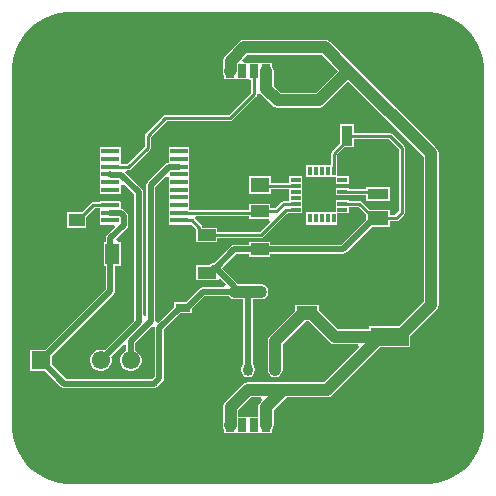
<source format=gtl>
G04*
G04 #@! TF.GenerationSoftware,Altium Limited,Altium Designer,25.8.1 (18)*
G04*
G04 Layer_Physical_Order=1*
G04 Layer_Color=255*
%FSLAX25Y25*%
%MOIN*%
G70*
G04*
G04 #@! TF.SameCoordinates,A983AF23-00B2-4BB8-8B37-399FEAB5BF34*
G04*
G04*
G04 #@! TF.FilePolarity,Positive*
G04*
G01*
G75*
%ADD15C,0.01000*%
%ADD16R,0.06693X0.03740*%
%ADD17R,0.03740X0.06693*%
%ADD18R,0.03543X0.04528*%
%ADD19R,0.01378X0.03150*%
%ADD20R,0.03347X0.01378*%
%ADD21R,0.10236X0.10630*%
%ADD22R,0.12598X0.06299*%
%ADD23R,0.07087X0.04528*%
%ADD24R,0.06299X0.04921*%
%ADD25R,0.05906X0.01772*%
%ADD26R,0.05315X0.04331*%
%ADD27R,0.04528X0.07087*%
%ADD28R,0.03434X0.03954*%
%ADD29R,0.05118X0.02756*%
G04:AMPARAMS|DCode=30|XSize=39.54mil|YSize=125.28mil|CornerRadius=17.2mil|HoleSize=0mil|Usage=FLASHONLY|Rotation=90.000|XOffset=0mil|YOffset=0mil|HoleType=Round|Shape=RoundedRectangle|*
%AMROUNDEDRECTD30*
21,1,0.03954,0.09088,0,0,90.0*
21,1,0.00514,0.12528,0,0,90.0*
1,1,0.03440,0.04544,0.00257*
1,1,0.03440,0.04544,-0.00257*
1,1,0.03440,-0.04544,-0.00257*
1,1,0.03440,-0.04544,0.00257*
%
%ADD30ROUNDEDRECTD30*%
G04:AMPARAMS|DCode=31|XSize=39.54mil|YSize=34.34mil|CornerRadius=17.17mil|HoleSize=0mil|Usage=FLASHONLY|Rotation=90.000|XOffset=0mil|YOffset=0mil|HoleType=Round|Shape=RoundedRectangle|*
%AMROUNDEDRECTD31*
21,1,0.03954,0.00000,0,0,90.0*
21,1,0.00520,0.03434,0,0,90.0*
1,1,0.03434,0.00000,0.00260*
1,1,0.03434,0.00000,-0.00260*
1,1,0.03434,0.00000,-0.00260*
1,1,0.03434,0.00000,0.00260*
%
%ADD31ROUNDEDRECTD31*%
%ADD32R,0.05906X0.03937*%
%ADD33R,0.03150X0.04528*%
%ADD34R,0.02756X0.04528*%
%ADD49C,0.03937*%
%ADD50C,0.01968*%
%ADD51O,0.03937X0.07874*%
%ADD52C,0.06102*%
%ADD53R,0.06102X0.06102*%
%ADD54C,0.01968*%
%ADD55C,0.15748*%
%ADD56C,0.05000*%
G36*
X141644Y157143D02*
X144136Y156476D01*
X146520Y155488D01*
X148755Y154198D01*
X150802Y152627D01*
X152627Y150802D01*
X154198Y148755D01*
X155488Y146520D01*
X156476Y144136D01*
X157143Y141644D01*
X157480Y139085D01*
Y137795D01*
Y19685D01*
Y18395D01*
X157143Y15836D01*
X156476Y13344D01*
X155488Y10960D01*
X154198Y8725D01*
X152627Y6678D01*
X150802Y4853D01*
X148755Y3282D01*
X146520Y1992D01*
X144136Y1005D01*
X141644Y337D01*
X139085Y0D01*
X19685D01*
X18395Y0D01*
X15836Y337D01*
X13344Y1005D01*
X10960Y1992D01*
X8725Y3282D01*
X6678Y4853D01*
X4853Y6678D01*
X3282Y8725D01*
X1992Y10960D01*
X1005Y13344D01*
X337Y15836D01*
X-0Y18395D01*
X-0Y19685D01*
X0Y137795D01*
Y139085D01*
X337Y141644D01*
X1005Y144136D01*
X1992Y146520D01*
X3282Y148755D01*
X4853Y150802D01*
X6678Y152627D01*
X8725Y154198D01*
X10960Y155488D01*
X13344Y156476D01*
X15836Y157143D01*
X18395Y157480D01*
X19685Y157480D01*
X19685Y157480D01*
X139085D01*
X141644Y157143D01*
D02*
G37*
%LPC*%
G36*
X125894Y99221D02*
X118201D01*
Y98461D01*
X112311D01*
Y98630D01*
X107965D01*
Y96252D01*
X112311D01*
Y96421D01*
X118201D01*
Y94480D01*
X125894D01*
Y99221D01*
D02*
G37*
G36*
X104331Y148186D02*
X77513D01*
X76550Y147995D01*
X75733Y147449D01*
X71145Y142861D01*
X70600Y142045D01*
X70408Y141082D01*
Y138646D01*
X70239Y137795D01*
X70431Y136832D01*
X70681Y136457D01*
Y135031D01*
X73894D01*
X74831Y135031D01*
Y135031D01*
X74894D01*
Y135031D01*
X78650D01*
Y135031D01*
X78689D01*
X79689Y134689D01*
Y130344D01*
X72412Y123067D01*
X51181D01*
X50791Y122989D01*
X50460Y122768D01*
X44555Y116863D01*
X44334Y116532D01*
X44256Y116142D01*
Y112627D01*
X38456Y106827D01*
X36327D01*
Y109539D01*
Y112311D01*
X29421D01*
Y109539D01*
Y106980D01*
Y104421D01*
Y101862D01*
Y99303D01*
Y96744D01*
X36327D01*
Y99727D01*
X37251Y100110D01*
X40735Y96626D01*
Y54528D01*
X30897Y44690D01*
X30153Y44890D01*
X29217D01*
X28314Y44648D01*
X27505Y44180D01*
X26843Y43519D01*
X26376Y42709D01*
X26134Y41806D01*
Y40871D01*
X26376Y39968D01*
X26843Y39158D01*
X27505Y38497D01*
X28314Y38029D01*
X29217Y37787D01*
X30153D01*
X31056Y38029D01*
X31866Y38497D01*
X32527Y39158D01*
X32994Y39968D01*
X33236Y40871D01*
Y41806D01*
X33037Y42550D01*
X37248Y46761D01*
X38172Y46378D01*
Y44565D01*
X37505Y44180D01*
X36843Y43519D01*
X36376Y42709D01*
X36134Y41806D01*
Y40871D01*
X36376Y39968D01*
X36843Y39158D01*
X37505Y38497D01*
X38314Y38029D01*
X39217Y37787D01*
X40153D01*
X41056Y38029D01*
X41866Y38497D01*
X42527Y39158D01*
X42994Y39968D01*
X43236Y40871D01*
Y41806D01*
X42994Y42709D01*
X42527Y43519D01*
X41866Y44180D01*
X41198Y44565D01*
Y47221D01*
X46813Y52835D01*
X47734Y52343D01*
X47699Y52165D01*
X47699Y52165D01*
Y36060D01*
X46617Y34978D01*
X18186D01*
X13236Y39928D01*
Y42750D01*
X33944Y63458D01*
X34272Y63948D01*
X34387Y64528D01*
X34387Y64528D01*
Y72728D01*
X36228D01*
Y80815D01*
X35287D01*
X34873Y81815D01*
X38381Y85323D01*
X38709Y85814D01*
X38824Y86393D01*
X38824Y86393D01*
Y89394D01*
X38709Y89973D01*
X38381Y90464D01*
X38381Y90464D01*
X37512Y91334D01*
X37021Y91662D01*
X36442Y91777D01*
X36327Y92742D01*
Y94398D01*
X29421D01*
Y94031D01*
X27165D01*
X26775Y93954D01*
X26444Y93733D01*
X23369Y90658D01*
X18496D01*
Y85327D01*
X24811D01*
Y89216D01*
X27588Y91992D01*
X29421D01*
Y89067D01*
Y86508D01*
X33979D01*
X34362Y85584D01*
X31804Y83026D01*
X31476Y82535D01*
X31361Y81956D01*
X31361Y81956D01*
Y80815D01*
X30701D01*
Y72728D01*
X31361D01*
Y65154D01*
X11096Y44890D01*
X6134D01*
Y37787D01*
X11096D01*
X16489Y32394D01*
X16489Y32394D01*
X16980Y32066D01*
X17559Y31951D01*
X47244D01*
X47244Y31951D01*
X47823Y32066D01*
X48314Y32394D01*
X50283Y34363D01*
X50611Y34854D01*
X50726Y35433D01*
X50726Y35433D01*
Y51538D01*
X56168Y56980D01*
X60146D01*
Y58596D01*
X64190Y62640D01*
X72366D01*
X72596Y62296D01*
X73330Y61805D01*
X74196Y61633D01*
X77227D01*
Y40124D01*
X77142Y40067D01*
X76652Y39334D01*
X76480Y38469D01*
Y37949D01*
X76652Y37084D01*
X77142Y36350D01*
X77875Y35860D01*
X78740Y35688D01*
X79605Y35860D01*
X80338Y36350D01*
X80828Y37084D01*
X81000Y37949D01*
Y38469D01*
X80828Y39334D01*
X80338Y40067D01*
X80253Y40124D01*
Y61633D01*
X83284D01*
X84150Y61805D01*
X84885Y62296D01*
X85375Y63030D01*
X85548Y63897D01*
Y64411D01*
X85375Y65277D01*
X84885Y66011D01*
X84150Y66502D01*
X83284Y66674D01*
X75280D01*
X74985Y67116D01*
X74985Y67116D01*
X70054Y72047D01*
X74839Y76833D01*
X79224D01*
Y75878D01*
X86130D01*
Y76833D01*
X110531D01*
X110531Y76833D01*
X111111Y76948D01*
X111602Y77276D01*
X120144Y85819D01*
X126091D01*
Y87563D01*
X127953D01*
X128343Y87641D01*
X128674Y87862D01*
X130642Y89830D01*
X130863Y90161D01*
X130941Y90551D01*
Y112205D01*
X130863Y112595D01*
X130642Y112926D01*
X126705Y116863D01*
X126374Y117084D01*
X125984Y117161D01*
X114181D01*
Y119988D01*
X109441D01*
Y113737D01*
X106562Y110859D01*
X106342Y110528D01*
X106264Y110138D01*
Y106405D01*
X98220D01*
Y102256D01*
X107601D01*
X107965Y102256D01*
X107965Y101777D01*
Y100189D01*
X112311D01*
Y102567D01*
X108836D01*
X108473Y102567D01*
X108472Y103045D01*
Y106405D01*
X108303D01*
Y109715D01*
X110883Y112295D01*
X114181D01*
Y115122D01*
X125562D01*
X128902Y111782D01*
Y90974D01*
X127530Y89602D01*
X126091D01*
Y91347D01*
X119446D01*
X116567Y94225D01*
X116237Y94446D01*
X115847Y94524D01*
X112311D01*
Y94693D01*
X107965D01*
Y92315D01*
X107965Y90658D01*
X107601Y90658D01*
X98220D01*
Y86508D01*
X108472D01*
Y89868D01*
X108473Y90346D01*
X108836Y90346D01*
X112311D01*
Y92484D01*
X115424D01*
X118004Y89904D01*
Y87959D01*
X109905Y79860D01*
X86130D01*
Y80815D01*
X79224D01*
Y79860D01*
X74213D01*
X74213Y79860D01*
X73633Y79745D01*
X73142Y79417D01*
X73142Y79417D01*
X67286Y73561D01*
X66929D01*
X66350Y73445D01*
X65859Y73117D01*
X65741Y72941D01*
X61508D01*
Y68004D01*
X68413D01*
Y68101D01*
X69337Y68483D01*
X71230Y66591D01*
X70847Y65667D01*
X63563D01*
X62984Y65552D01*
X62493Y65224D01*
X62493Y65224D01*
X58005Y60736D01*
X54028D01*
Y59121D01*
X48708Y53801D01*
X47787Y54294D01*
X47822Y54471D01*
X47822Y54471D01*
Y99159D01*
X51332Y102669D01*
X52256Y102286D01*
Y99303D01*
Y96744D01*
Y94185D01*
Y91626D01*
Y89067D01*
Y86508D01*
X59161D01*
Y86508D01*
X60138Y86452D01*
X61488Y85101D01*
Y84539D01*
X61508Y84441D01*
Y80602D01*
X68413D01*
Y82051D01*
X83071D01*
X83461Y82129D01*
X83792Y82350D01*
X91523Y90081D01*
X92413Y90346D01*
X92413Y90346D01*
Y90346D01*
X92413Y90346D01*
X96760D01*
Y94283D01*
Y98220D01*
Y102567D01*
X92413D01*
Y100429D01*
X86327D01*
Y102567D01*
X79028D01*
Y96646D01*
X86327D01*
Y98390D01*
X92413D01*
Y94524D01*
X90646D01*
X90255Y94446D01*
X89925Y94225D01*
X87664Y91965D01*
X86130D01*
Y93413D01*
X79224D01*
Y91472D01*
X59161D01*
Y94185D01*
Y96744D01*
Y99303D01*
Y101862D01*
Y104421D01*
Y106980D01*
Y109539D01*
Y112311D01*
X52256D01*
Y108169D01*
X52232Y107222D01*
X51652Y107107D01*
X51162Y106779D01*
X51162Y106779D01*
X45239Y100856D01*
X44910Y100365D01*
X44795Y99786D01*
X44795Y99786D01*
Y56025D01*
X44761Y56002D01*
X43761Y56537D01*
Y97253D01*
X43646Y97832D01*
X43318Y98323D01*
X43318Y98323D01*
X37853Y103788D01*
X38267Y104788D01*
X38878D01*
X39268Y104865D01*
X39599Y105086D01*
X45997Y111484D01*
X46218Y111814D01*
X46295Y112205D01*
Y115719D01*
X51603Y121028D01*
X72835D01*
X73225Y121105D01*
X73556Y121326D01*
X81430Y129200D01*
X81651Y129531D01*
X81728Y129921D01*
Y130052D01*
X82728Y130355D01*
X82945Y130031D01*
X86803Y126173D01*
X87620Y125628D01*
X88583Y125436D01*
X102362D01*
X103325Y125628D01*
X104142Y126173D01*
X112205Y134236D01*
X137247Y109194D01*
Y60885D01*
X129224Y52862D01*
X119185D01*
Y51730D01*
X108621D01*
X102469Y57882D01*
Y59850D01*
X94382D01*
Y57882D01*
X85976Y49477D01*
X85431Y48660D01*
X85239Y47697D01*
Y38209D01*
X85431Y37246D01*
X85976Y36429D01*
X86793Y35883D01*
X86883Y35865D01*
X86891Y35860D01*
X87756Y35688D01*
X88621Y35860D01*
X88628Y35865D01*
X88719Y35883D01*
X89536Y36429D01*
X90081Y37246D01*
X90273Y38209D01*
Y46654D01*
X97941Y54323D01*
X98909D01*
X105799Y47433D01*
X106616Y46887D01*
X107579Y46696D01*
X115452D01*
X115834Y45772D01*
X104076Y34013D01*
X78740D01*
X77777Y33821D01*
X76960Y33276D01*
X71145Y27461D01*
X70600Y26644D01*
X70408Y25681D01*
Y20536D01*
X70239Y19685D01*
X70431Y18722D01*
X70681Y18347D01*
Y16921D01*
X73894D01*
X74831Y16921D01*
Y16921D01*
X74894D01*
Y16921D01*
X78650D01*
Y16921D01*
X78831D01*
Y16921D01*
X82587D01*
X82587Y16921D01*
X82650D01*
Y16921D01*
X83587Y16921D01*
X86799D01*
Y18347D01*
X87050Y18722D01*
X87241Y19685D01*
Y24627D01*
X91594Y28979D01*
X105118D01*
X106081Y29171D01*
X106898Y29716D01*
X122744Y45563D01*
X132783D01*
Y49303D01*
X141543Y58063D01*
X142089Y58879D01*
X142281Y59842D01*
Y110236D01*
X142089Y111199D01*
X141543Y112016D01*
X113984Y139575D01*
X106110Y147449D01*
X105294Y147995D01*
X104331Y148186D01*
D02*
G37*
%LPD*%
G36*
X108645Y137795D02*
X101320Y130470D01*
X89625D01*
X87241Y132853D01*
Y137795D01*
X87050Y138758D01*
X86799Y139133D01*
Y140559D01*
X83587D01*
X82650Y140559D01*
Y140559D01*
X82587D01*
Y140559D01*
X78831D01*
Y140559D01*
X78650D01*
Y140559D01*
X77269D01*
X76886Y141483D01*
X78555Y143152D01*
X103288D01*
X108645Y137795D01*
D02*
G37*
G36*
X79224Y88476D02*
X85620D01*
X86035Y87476D01*
X82648Y84090D01*
X68413D01*
Y85539D01*
X63524D01*
X63450Y85914D01*
X63229Y86245D01*
X61040Y88433D01*
X61222Y89142D01*
X61423Y89433D01*
X79224D01*
Y88476D01*
D02*
G37*
G36*
X83551Y28055D02*
X82945Y27449D01*
X82399Y26632D01*
X82208Y25669D01*
Y22449D01*
X78831D01*
Y22449D01*
X78650D01*
Y22449D01*
X75442D01*
Y24639D01*
X79783Y28979D01*
X83168D01*
X83551Y28055D01*
D02*
G37*
D15*
X21654Y87992D02*
X22146D01*
X121984Y102299D02*
X122047Y102362D01*
X118047Y102299D02*
X121984D01*
X110138Y99410D02*
X115157D01*
X118047Y102299D01*
X97441Y104331D02*
Y109252D01*
X82677Y112992D02*
X93701D01*
X97441Y109252D01*
X22146Y100984D02*
X27559Y95571D01*
X21654Y94488D02*
Y100984D01*
X27559Y95571D02*
X32874D01*
Y105807D02*
X38878D01*
X45276Y112205D01*
Y116142D01*
X51181Y122047D01*
X72835D01*
X80709Y129921D01*
Y137795D01*
X83071Y83071D02*
X91535Y91535D01*
X64961Y83071D02*
X83071D01*
X63976D02*
X64961D01*
X62508Y84539D02*
X63976Y83071D01*
X62508Y84539D02*
Y85524D01*
X60138Y87894D02*
X62508Y85524D01*
X55709Y87894D02*
X60138D01*
X55709Y90453D02*
X82185D01*
X125984Y116142D02*
X129921Y112205D01*
Y90551D02*
Y112205D01*
X111811Y116142D02*
X125984D01*
X110138Y93504D02*
X115847D01*
X122047Y88583D02*
X127953D01*
X129921Y90551D01*
X115847Y93504D02*
X120768Y88583D01*
X111811Y114665D02*
Y116142D01*
X107283Y110138D02*
X111811Y114665D01*
X107283Y104331D02*
Y110138D01*
X82677Y99606D02*
X82874Y99410D01*
X94587D01*
X91535Y91535D02*
X94587D01*
X90646Y93504D02*
X94587D01*
X88087Y90945D02*
X90646Y93504D01*
X82677Y90945D02*
X88087D01*
X121457Y97441D02*
X122047Y96850D01*
X110138Y97441D02*
X121457D01*
X27165Y93012D02*
X32874D01*
X22146Y87992D02*
X27165Y93012D01*
X82185Y90453D02*
X82677Y90945D01*
D16*
X122047Y107874D02*
D03*
Y96850D02*
D03*
D17*
X100787Y116142D02*
D03*
X111811D02*
D03*
D18*
X89567Y137795D02*
D03*
Y19685D02*
D03*
X67913Y137795D02*
D03*
Y19685D02*
D03*
D19*
X97441Y104331D02*
D03*
Y88583D02*
D03*
X107283Y104331D02*
D03*
X105315D02*
D03*
X103347D02*
D03*
X101378D02*
D03*
X99410D02*
D03*
X107283Y88583D02*
D03*
X105315D02*
D03*
X103347D02*
D03*
X101378D02*
D03*
X99410D02*
D03*
D20*
X110138Y95473D02*
D03*
Y99410D02*
D03*
Y93504D02*
D03*
Y97441D02*
D03*
X94587Y101378D02*
D03*
Y99410D02*
D03*
Y97441D02*
D03*
Y95473D02*
D03*
Y93504D02*
D03*
Y91535D02*
D03*
X110138Y101378D02*
D03*
Y91535D02*
D03*
D21*
X102362Y96457D02*
D03*
D22*
X145669Y49213D02*
D03*
X125984D02*
D03*
D23*
X122047Y76772D02*
D03*
X98425Y45276D02*
D03*
X122047Y88583D02*
D03*
X98425Y57087D02*
D03*
D24*
X82677Y112992D02*
D03*
Y99606D02*
D03*
D25*
X32874Y95571D02*
D03*
Y90453D02*
D03*
Y105807D02*
D03*
Y110925D02*
D03*
Y108366D02*
D03*
Y103248D02*
D03*
Y100689D02*
D03*
Y98130D02*
D03*
Y93012D02*
D03*
Y87894D02*
D03*
X55709D02*
D03*
Y90453D02*
D03*
Y93012D02*
D03*
Y95571D02*
D03*
Y98130D02*
D03*
Y100689D02*
D03*
Y103248D02*
D03*
Y105807D02*
D03*
Y108366D02*
D03*
Y110925D02*
D03*
D26*
X21654Y100984D02*
D03*
Y87992D02*
D03*
D27*
X21654Y76772D02*
D03*
X33465D02*
D03*
D28*
X69724Y38209D02*
D03*
D29*
X57087Y51378D02*
D03*
Y58858D02*
D03*
D30*
X78740Y64153D02*
D03*
D31*
X87756Y38209D02*
D03*
X78740D02*
D03*
D32*
X82677Y78347D02*
D03*
X64961Y70472D02*
D03*
X82677Y90945D02*
D03*
X64961Y83071D02*
D03*
D33*
X84724Y137795D02*
D03*
X72756D02*
D03*
X84724Y19685D02*
D03*
X72756D02*
D03*
D34*
X76772Y137795D02*
D03*
X80709D02*
D03*
X76772Y19685D02*
D03*
X80709D02*
D03*
D49*
X122047Y102362D02*
Y107874D01*
X100787Y116142D02*
X106299D01*
X100787Y116142D02*
X100787Y116142D01*
X122047Y76772D02*
Y82677D01*
X97638Y19665D02*
Y19675D01*
X91466D02*
X97638D01*
X82677Y106299D02*
Y112992D01*
X27559Y76772D02*
X27559Y76772D01*
X21654Y76772D02*
X27559D01*
X69481Y38209D02*
X69724D01*
X57290Y45072D02*
X62618D01*
X69481Y38209D01*
X67904Y19675D02*
X67913Y19685D01*
X61732Y19675D02*
X67904D01*
X57087Y45276D02*
Y51378D01*
X61732Y19665D02*
Y19675D01*
X57087Y45276D02*
X57290Y45072D01*
X139764Y59842D02*
Y110236D01*
X112205Y137795D02*
X139764Y110236D01*
X72925Y19854D02*
Y25681D01*
X78740Y31496D01*
X84724Y131811D02*
X88583Y127953D01*
X102362D01*
X112205Y137795D01*
X104331Y145669D02*
X112205Y137795D01*
X84724Y131811D02*
Y137795D01*
X99705Y57087D02*
X107579Y49213D01*
X97146Y57087D02*
X98425D01*
X129134Y49213D02*
X139764Y59842D01*
X125984Y49213D02*
X129134D01*
X105118Y31496D02*
X122835Y49213D01*
X107579D02*
X122835D01*
X87756Y47697D02*
X97146Y57087D01*
X90551Y31496D02*
X105118D01*
X77513Y145669D02*
X104331D01*
X87756Y38209D02*
Y47697D01*
X72925Y137965D02*
Y141082D01*
X77513Y145669D01*
X72756Y137795D02*
X72925Y137965D01*
X84724Y25669D02*
X90551Y31496D01*
X78740D02*
X90551D01*
X84724Y19685D02*
Y25669D01*
X72756Y19685D02*
X72925Y19854D01*
D50*
X32972Y95473D02*
X36351D01*
X39779Y92044D01*
X32874Y95571D02*
X32972Y95473D01*
X39779Y61433D02*
Y92044D01*
X19685Y41339D02*
X39779Y61433D01*
X32874Y64528D02*
Y81956D01*
X63563Y64153D02*
X74851D01*
X120768Y88583D02*
X122047D01*
X110531Y78347D02*
X120768Y88583D01*
X82677Y78347D02*
X110531D01*
X74213D02*
X82677D01*
X73914Y65090D02*
X74851Y64153D01*
X73914Y65090D02*
Y66046D01*
X78740Y38209D02*
Y64153D01*
X74851D02*
X78740D01*
X37311Y86393D02*
Y89394D01*
X67913Y72047D02*
X74213Y78347D01*
X36442Y90264D02*
X37311Y89394D01*
X32874Y81956D02*
X37311Y86393D01*
X66929Y72047D02*
X67913D01*
X73914Y66046D01*
X32874Y90453D02*
X34744D01*
X34933Y90264D01*
X36442D01*
X58268Y58858D02*
X63563Y64153D01*
X55905Y58858D02*
X57087D01*
X58268D01*
X49213Y52165D02*
X55905Y58858D01*
X9685Y41339D02*
X32874Y64528D01*
X49213Y35433D02*
Y52165D01*
X17559Y33465D02*
X47244D01*
X49213Y35433D01*
X9685Y41339D02*
X17559Y33465D01*
X39685Y47848D02*
X46309Y54471D01*
Y99786D02*
X52232Y105709D01*
X46309Y54471D02*
Y99786D01*
X55610Y105709D02*
X55709Y105807D01*
X52232Y105709D02*
X55610D01*
X39685Y41339D02*
Y47848D01*
X32874Y103248D02*
X32972Y103150D01*
X36351D01*
X42248Y97253D01*
Y53902D02*
Y97253D01*
X29685Y41339D02*
X42248Y53902D01*
D51*
X95748Y137815D02*
D03*
Y152776D02*
D03*
Y19665D02*
D03*
Y4705D02*
D03*
X61732Y152776D02*
D03*
Y137815D02*
D03*
Y4705D02*
D03*
Y19665D02*
D03*
D52*
X19685Y41339D02*
D03*
X29685D02*
D03*
X39685D02*
D03*
D53*
X9685D02*
D03*
D54*
X148032Y148032D02*
D03*
Y124410D02*
D03*
Y116536D02*
D03*
Y108662D02*
D03*
Y100787D02*
D03*
Y92914D02*
D03*
Y85040D02*
D03*
Y77166D02*
D03*
Y69291D02*
D03*
Y61417D02*
D03*
Y37795D02*
D03*
Y29921D02*
D03*
X140158Y124410D02*
D03*
Y37795D02*
D03*
Y6299D02*
D03*
X132284Y77166D02*
D03*
Y69291D02*
D03*
Y37795D02*
D03*
Y6299D02*
D03*
X124410Y148032D02*
D03*
Y140158D02*
D03*
Y69291D02*
D03*
Y61417D02*
D03*
Y37795D02*
D03*
Y29921D02*
D03*
Y22047D02*
D03*
Y14173D02*
D03*
Y6299D02*
D03*
X116536Y148032D02*
D03*
Y69291D02*
D03*
Y61417D02*
D03*
Y29921D02*
D03*
Y22047D02*
D03*
Y14173D02*
D03*
Y6299D02*
D03*
X108662Y69291D02*
D03*
Y61417D02*
D03*
Y22047D02*
D03*
Y14173D02*
D03*
Y6299D02*
D03*
X100787Y69291D02*
D03*
X92914Y116536D02*
D03*
Y69291D02*
D03*
X85040Y6299D02*
D03*
X77166D02*
D03*
X69291Y148032D02*
D03*
Y108662D02*
D03*
Y100787D02*
D03*
Y53543D02*
D03*
Y45669D02*
D03*
Y6299D02*
D03*
X61417Y37795D02*
D03*
Y29921D02*
D03*
X53543Y148032D02*
D03*
Y140158D02*
D03*
Y132284D02*
D03*
Y77166D02*
D03*
Y69291D02*
D03*
Y29921D02*
D03*
Y22047D02*
D03*
Y14173D02*
D03*
Y6299D02*
D03*
X45669Y148032D02*
D03*
Y140158D02*
D03*
Y132284D02*
D03*
Y22047D02*
D03*
Y14173D02*
D03*
Y6299D02*
D03*
X37795Y148032D02*
D03*
Y140158D02*
D03*
Y132284D02*
D03*
Y124410D02*
D03*
Y22047D02*
D03*
Y14173D02*
D03*
Y6299D02*
D03*
X29921Y148032D02*
D03*
Y124410D02*
D03*
Y6299D02*
D03*
X22047Y124410D02*
D03*
Y116536D02*
D03*
Y108662D02*
D03*
Y6299D02*
D03*
X14173Y124410D02*
D03*
Y116536D02*
D03*
Y108662D02*
D03*
Y77166D02*
D03*
Y69291D02*
D03*
Y61417D02*
D03*
Y6299D02*
D03*
X6299Y140158D02*
D03*
Y132284D02*
D03*
Y124410D02*
D03*
Y116536D02*
D03*
Y108662D02*
D03*
Y100787D02*
D03*
Y92914D02*
D03*
Y85040D02*
D03*
Y77166D02*
D03*
Y69291D02*
D03*
Y61417D02*
D03*
Y53543D02*
D03*
Y29921D02*
D03*
Y22047D02*
D03*
Y14173D02*
D03*
X104528Y94291D02*
D03*
Y98622D02*
D03*
X100197Y94291D02*
D03*
Y98622D02*
D03*
D55*
X19685Y19685D02*
D03*
X137795D02*
D03*
Y137795D02*
D03*
X19685D02*
D03*
D56*
X106299Y116142D02*
D03*
X122047Y102362D02*
D03*
Y82677D02*
D03*
X82677Y106299D02*
D03*
X21654Y94488D02*
D03*
X27559Y76772D02*
D03*
X57087Y45276D02*
D03*
M02*

</source>
